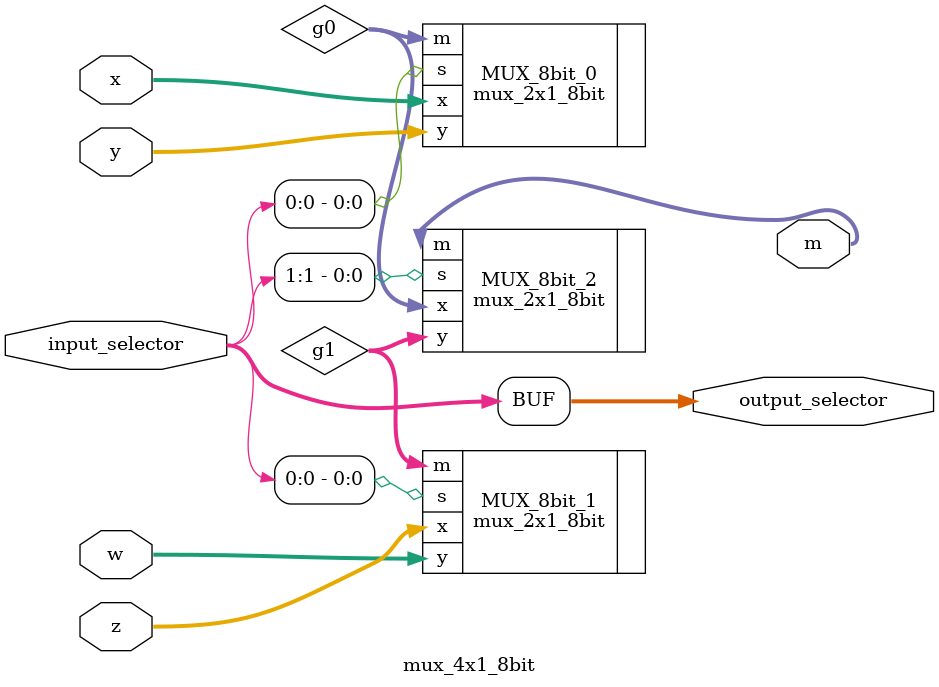
<source format=v>
`timescale 1ns / 1ps


module mux_4x1_8bit(
    input [7:0] x, y, z, w,
    input [1:0] input_selector,
    output [1:0] output_selector,
    output [7:0] m
    );
    
    wire [7:0] g0;
    wire [7:0] g1;
    
    mux_2x1_8bit MUX_8bit_0(.x(x), .y(y), .s(input_selector[0]), .m(g0));
    mux_2x1_8bit MUX_8bit_1(.x(z), .y(w), .s(input_selector[0]), .m(g1));
    mux_2x1_8bit MUX_8bit_2(.x(g0), .y(g1), .s(input_selector[1]), .m(m));
    
    assign output_selector = input_selector;
endmodule

</source>
